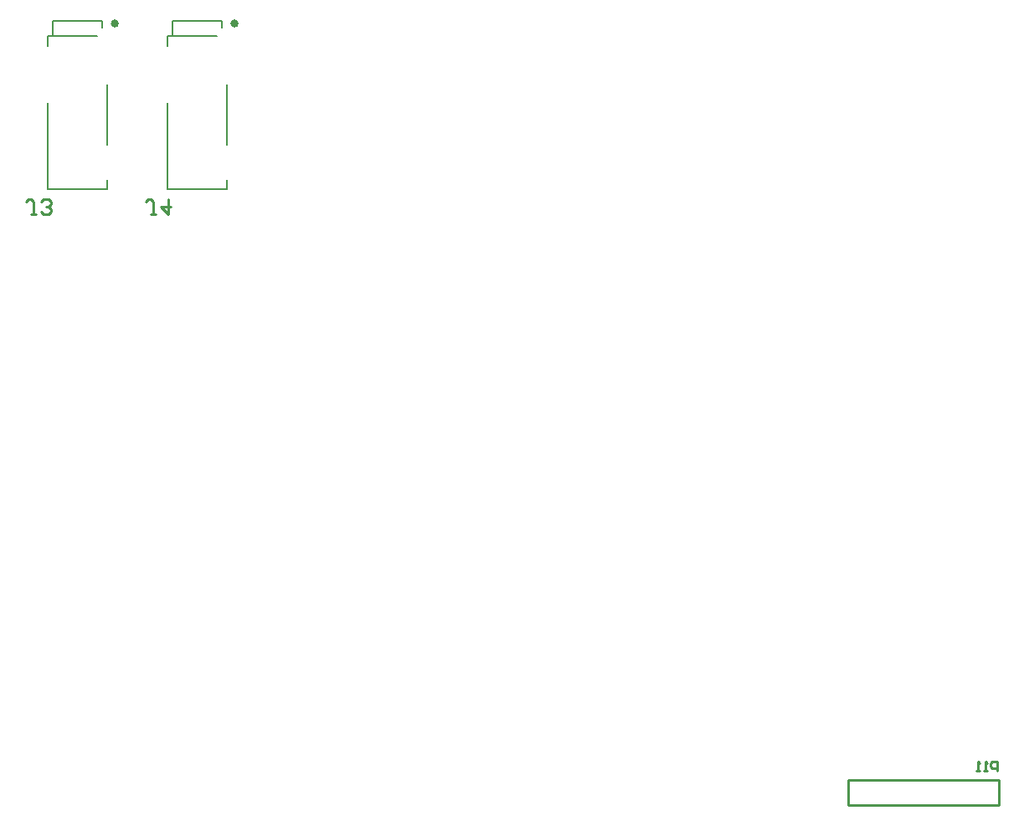
<source format=gbo>
G04 Layer_Color=32896*
%FSLAX25Y25*%
%MOIN*%
G70*
G01*
G75*
%ADD43C,0.01000*%
%ADD64C,0.01575*%
%ADD67C,0.00500*%
D43*
X357008Y15472D02*
Y25472D01*
X417008Y15472D02*
Y25472D01*
X357008Y15472D02*
X417008D01*
X357008Y25472D02*
X417008D01*
X81280Y250791D02*
X79281D01*
X80281D01*
Y255789D01*
X79281Y256789D01*
X78281D01*
X77281Y255789D01*
X86279Y256789D02*
Y250791D01*
X83280Y253790D01*
X87278D01*
X33642Y250791D02*
X31643D01*
X32643D01*
Y255789D01*
X31643Y256789D01*
X30643D01*
X29644Y255789D01*
X35642Y251790D02*
X36641Y250791D01*
X38641D01*
X39641Y251790D01*
Y252790D01*
X38641Y253790D01*
X37641D01*
X38641D01*
X39641Y254789D01*
Y255789D01*
X38641Y256789D01*
X36641D01*
X35642Y255789D01*
X416512Y28981D02*
Y32917D01*
X414544D01*
X413888Y32261D01*
Y30949D01*
X414544Y30293D01*
X416512D01*
X412576Y28981D02*
X411264D01*
X411920D01*
Y32917D01*
X412576Y32261D01*
X409296Y28981D02*
X407984D01*
X408640D01*
Y32917D01*
X409296Y32261D01*
D64*
X113583Y326772D02*
G03*
X113583Y326772I-787J0D01*
G01*
X65945D02*
G03*
X65945Y326772I-787J0D01*
G01*
D67*
X88189Y260827D02*
X109843D01*
X86221D02*
X87992D01*
X86221D02*
Y295079D01*
X109843Y260827D02*
Y264567D01*
Y278543D02*
Y302559D01*
X107874Y325000D02*
Y327756D01*
X88189D02*
X107874D01*
X88189Y321850D02*
Y327756D01*
Y321850D02*
X105709D01*
X86221D02*
X88189D01*
X86221Y317913D02*
Y321850D01*
X40551Y260827D02*
X62205D01*
X38583D02*
X40354D01*
X38583D02*
Y295079D01*
X62205Y260827D02*
Y264567D01*
Y278543D02*
Y302559D01*
X60236Y325000D02*
Y327756D01*
X40551D02*
X60236D01*
X40551Y321850D02*
Y327756D01*
Y321850D02*
X58071D01*
X38583D02*
X40551D01*
X38583Y317913D02*
Y321850D01*
M02*

</source>
